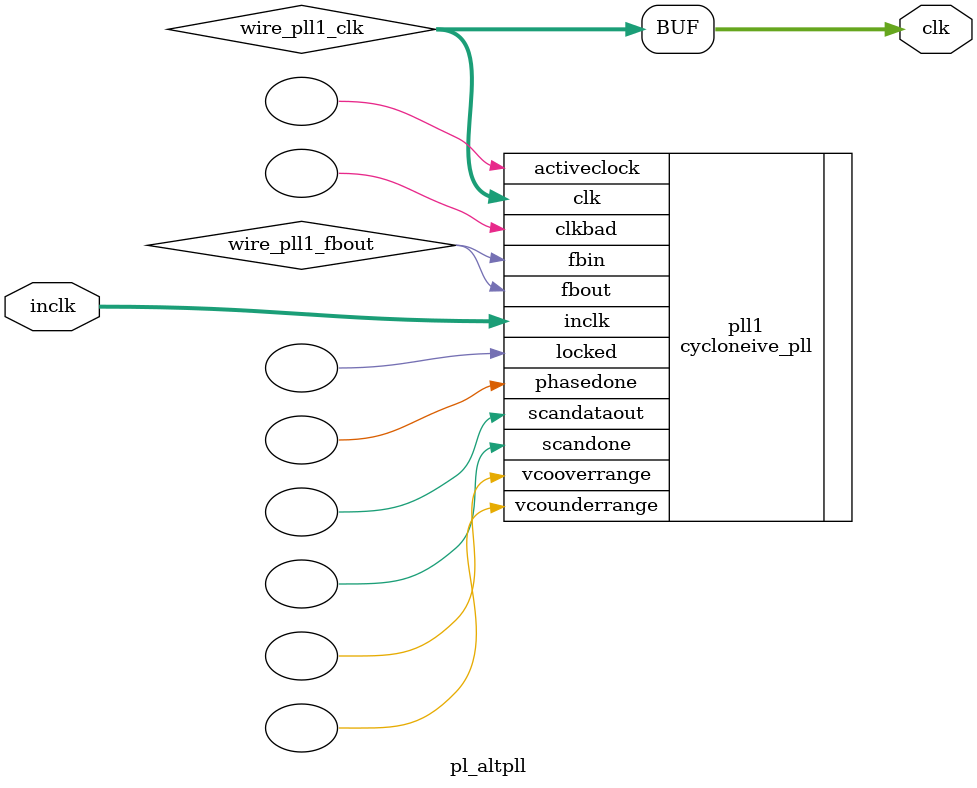
<source format=v>






//synthesis_resources = cycloneive_pll 1 
//synopsys translate_off
`timescale 1 ps / 1 ps
//synopsys translate_on
module  pl_altpll
	( 
	clk,
	inclk) /* synthesis synthesis_clearbox=1 */;
	output   [4:0]  clk;
	input   [1:0]  inclk;
`ifndef ALTERA_RESERVED_QIS
// synopsys translate_off
`endif
	tri0   [1:0]  inclk;
`ifndef ALTERA_RESERVED_QIS
// synopsys translate_on
`endif

	wire  [4:0]   wire_pll1_clk;
	wire  wire_pll1_fbout;

	cycloneive_pll   pll1
	( 
	.activeclock(),
	.clk(wire_pll1_clk),
	.clkbad(),
	.fbin(wire_pll1_fbout),
	.fbout(wire_pll1_fbout),
	.inclk(inclk),
	.locked(),
	.phasedone(),
	.scandataout(),
	.scandone(),
	.vcooverrange(),
	.vcounderrange()
	`ifndef FORMAL_VERIFICATION
	// synopsys translate_off
	`endif
	,
	.areset(1'b0),
	.clkswitch(1'b0),
	.configupdate(1'b0),
	.pfdena(1'b1),
	.phasecounterselect({3{1'b0}}),
	.phasestep(1'b0),
	.phaseupdown(1'b0),
	.scanclk(1'b0),
	.scanclkena(1'b1),
	.scandata(1'b0)
	`ifndef FORMAL_VERIFICATION
	// synopsys translate_on
	`endif
	);
	defparam
		pll1.bandwidth_type = "auto",
		pll1.clk0_divide_by = 2,
		pll1.clk0_duty_cycle = 50,
		pll1.clk0_multiply_by = 1,
		pll1.clk0_phase_shift = "0",
		pll1.clk1_divide_by = 2,
		pll1.clk1_duty_cycle = 50,
		pll1.clk1_multiply_by = 1,
		pll1.clk1_phase_shift = "5000",
		pll1.compensate_clock = "clk0",
		pll1.inclk0_input_frequency = 20000,
		pll1.operation_mode = "normal",
		pll1.pll_type = "auto",
		pll1.lpm_type = "cycloneive_pll";
	assign
		clk = {wire_pll1_clk[4:0]};
endmodule //pl_altpll
//VALID FILE

</source>
